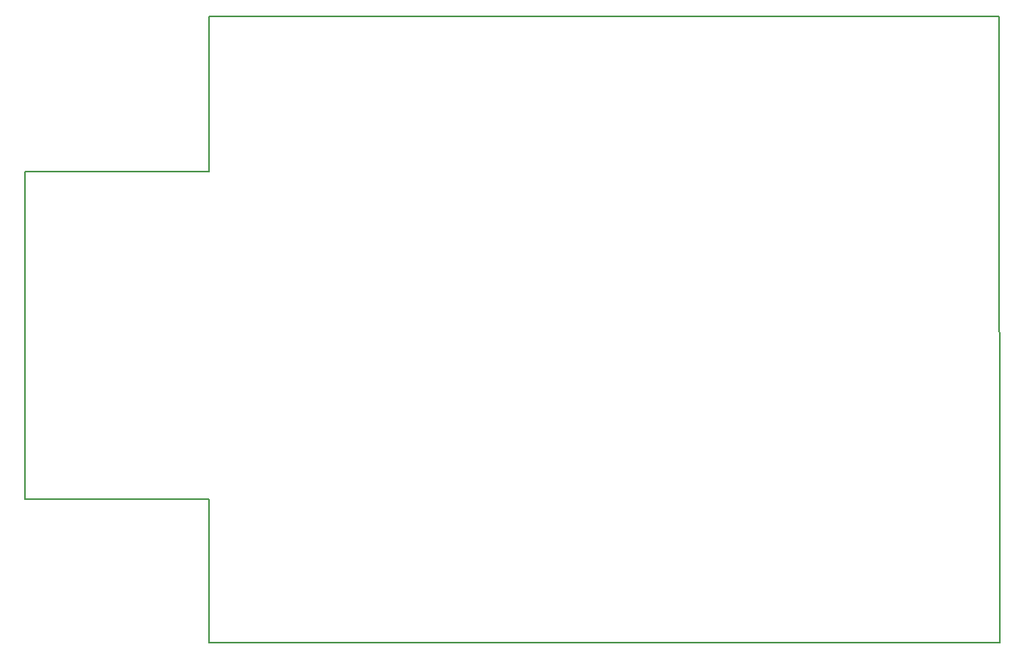
<source format=gbr>
G04 EAGLE Gerber X2 export*
%TF.Part,Single*%
%TF.FileFunction,Profile,NP*%
%TF.FilePolarity,Positive*%
%TF.GenerationSoftware,Autodesk,EAGLE,9.6.2*%
%TF.CreationDate,2021-03-19T10:26:59Z*%
G75*
%MOMM*%
%FSLAX34Y34*%
%LPD*%
%IN*%
%AMOC8*
5,1,8,0,0,1.08239X$1,22.5*%
G01*
%ADD10C,0.152400*%
%ADD11C,0.127000*%
%ADD12C,0.150000*%


D10*
X220663Y-28575D02*
X220663Y127000D01*
X20638Y127000D01*
X220663Y482600D02*
X220472Y651002D01*
X220663Y482600D02*
X20638Y482600D01*
D11*
X1078230Y651002D02*
X1078419Y-28647D01*
D12*
X20638Y127000D02*
X20638Y482600D01*
D10*
X220472Y651002D02*
X1078230Y651002D01*
X1078230Y-28575D02*
X220664Y-28726D01*
M02*

</source>
